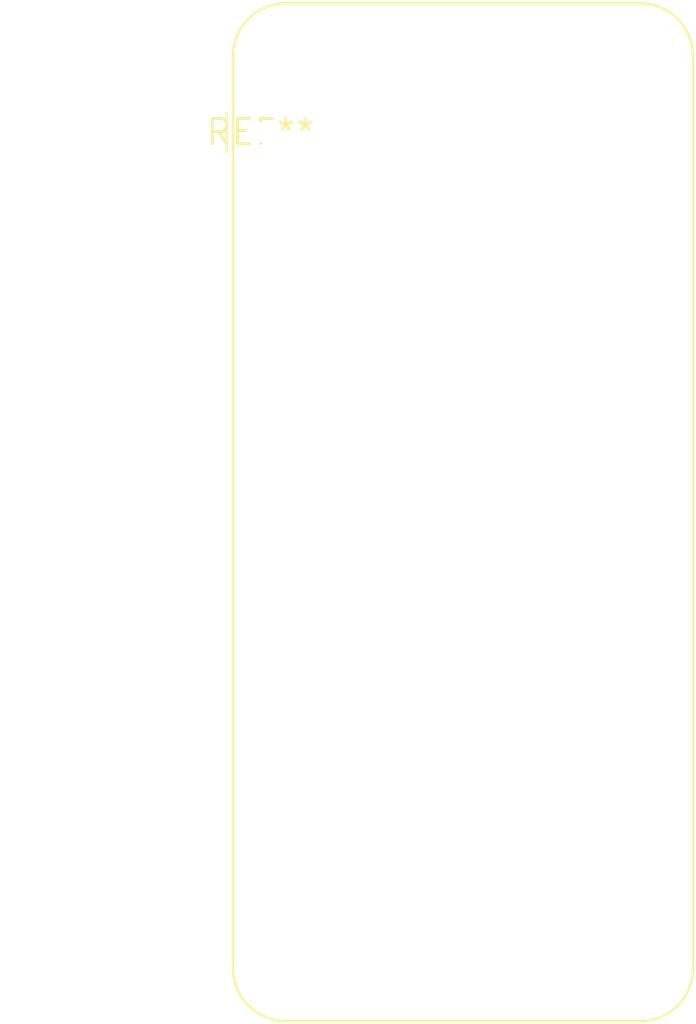
<source format=kicad_pcb>
(kicad_pcb (version 20240108) (generator pcbnew)
  (layers (0 "F.Cu" signal) (31 "B.Cu" signal) (34 "B.Paste" user) (35 "F.Paste" user) (36 "B.SilkS" user "B.Silkscreen") (37 "F.SilkS" user "F.Silkscreen") (38 "B.Mask" user) (39 "F.Mask" user) (44 "Edge.Cuts" user))
  (net 0 "")
  (footprint "Adafruit_Feather_32u4_RFM" (layer "F.Cu") (at 0 0)
    (property "Reference" "REF**")
    (property "Value" "Adafruit_Feather_32u4_RFM")
    (fp_line (start -1.7 1) (end -1.7 -1) (layer "F.SilkS") (stroke (width 0.12)))
    (fp_line (start -1.38 -3.81) (end -1.38 41.91) (layer "F.SilkS") (stroke (width 0.12)))
    (fp_line (start 19.05 -6.46) (end 1.27 -6.46) (layer "F.SilkS") (stroke (width 0.12)))
    (fp_line (start 19.05 44.56) (end 1.27 44.56) (layer "F.SilkS") (stroke (width 0.12)))
    (fp_line (start 21.7 -3.81) (end 21.7 41.91) (layer "F.SilkS") (stroke (width 0.12)))
    (fp_arc (start -1.38 -3.81) (mid -0.603833 -5.683833) (end 1.27 -6.46) (layer "F.SilkS") (stroke (width 0.12)))
    (fp_arc (start 1.27 44.56) (mid -0.603833 43.783833) (end -1.38 41.91) (layer "F.SilkS") (stroke (width 0.12)))
    (fp_arc (start 19.05 -6.46) (mid 20.923833 -5.683833) (end 21.7 -3.81) (layer "F.SilkS") (stroke (width 0.12)))
    (fp_arc (start 21.7 41.91) (mid 20.923833 43.783833) (end 19.05 44.56) (layer "F.SilkS") (stroke (width 0.12)))
    (pad "1" thru_hole roundrect (at 0 0) (size 2.6 1.6) (drill 1 (offset 0.3 0)) (layers *.Cu *.Mask) (remove_unused_layers) (roundrect_rratio 0.15625))
    (pad "2" thru_hole oval (at 0 2.54) (size 2.6 1.6) (drill 1 (offset 0.3 0)) (layers *.Cu *.Mask) (remove_unused_layers))
    (pad "3" thru_hole oval (at 0 5.08) (size 2.6 1.6) (drill 1 (offset 0.3 0)) (layers *.Cu *.Mask) (remove_unused_layers))
    (pad "4" thru_hole oval (at 0 7.62) (size 2.6 1.6) (drill 1 (offset 0.3 0)) (layers *.Cu *.Mask) (remove_unused_layers))
    (pad "5" thru_hole oval (at 0 10.16) (size 2.6 1.6) (drill 1 (offset 0.3 0)) (layers *.Cu *.Mask) (remove_unused_layers))
    (pad "6" thru_hole oval (at 0 12.7) (size 2.6 1.6) (drill 1 (offset 0.3 0)) (layers *.Cu *.Mask) (remove_unused_layers))
    (pad "7" thru_hole oval (at 0 15.24) (size 2.6 1.6) (drill 1 (offset 0.3 0)) (layers *.Cu *.Mask) (remove_unused_layers))
    (pad "8" thru_hole oval (at 0 17.78) (size 2.6 1.6) (drill 1 (offset 0.3 0)) (layers *.Cu *.Mask) (remove_unused_layers))
    (pad "9" thru_hole oval (at 0 20.32) (size 2.6 1.6) (drill 1 (offset 0.3 0)) (layers *.Cu *.Mask) (remove_unused_layers))
    (pad "10" thru_hole oval (at 0 22.86) (size 2.6 1.6) (drill 1 (offset 0.3 0)) (layers *.Cu *.Mask) (remove_unused_layers))
    (pad "11" thru_hole oval (at 0 25.4) (size 2.6 1.6) (drill 1 (offset 0.3 0)) (layers *.Cu *.Mask) (remove_unused_layers))
    (pad "12" thru_hole oval (at 0 27.94) (size 2.6 1.6) (drill 1 (offset 0.3 0)) (layers *.Cu *.Mask) (remove_unused_layers))
    (pad "13" thru_hole oval (at 0 30.48) (size 2.6 1.6) (drill 1 (offset 0.3 0)) (layers *.Cu *.Mask) (remove_unused_layers))
    (pad "14" thru_hole oval (at 0 33.02) (size 2.6 1.6) (drill 1 (offset 0.3 0)) (layers *.Cu *.Mask) (remove_unused_layers))
    (pad "15" thru_hole oval (at 0 35.56) (size 2.6 1.6) (drill 1 (offset 0.3 0)) (layers *.Cu *.Mask) (remove_unused_layers))
    (pad "16" thru_hole oval (at 0 38.1) (size 2.6 1.6) (drill 1 (offset 0.3 0)) (layers *.Cu *.Mask) (remove_unused_layers))
    (pad "17" thru_hole oval (at 20.32 38.1 180) (size 2.6 1.6) (drill 1 (offset 0.3 0)) (layers *.Cu *.Mask) (remove_unused_layers))
    (pad "18" thru_hole oval (at 20.32 35.56 180) (size 2.6 1.6) (drill 1 (offset 0.3 0)) (layers *.Cu *.Mask) (remove_unused_layers))
    (pad "19" thru_hole oval (at 20.32 33.02 180) (size 2.6 1.6) (drill 1 (offset 0.3 0)) (layers *.Cu *.Mask) (remove_unused_layers))
    (pad "20" thru_hole oval (at 20.32 30.48 180) (size 2.6 1.6) (drill 1 (offset 0.3 0)) (layers *.Cu *.Mask) (remove_unused_layers))
    (pad "21" thru_hole oval (at 20.32 27.94 180) (size 2.6 1.6) (drill 1 (offset 0.3 0)) (layers *.Cu *.Mask) (remove_unused_layers))
    (pad "22" thru_hole oval (at 20.32 25.4 180) (size 2.6 1.6) (drill 1 (offset 0.3 0)) (layers *.Cu *.Mask) (remove_unused_layers))
    (pad "23" thru_hole oval (at 20.32 22.86 180) (size 2.6 1.6) (drill 1 (offset 0.3 0)) (layers *.Cu *.Mask) (remove_unused_layers))
    (pad "24" thru_hole oval (at 20.32 20.32 180) (size 2.6 1.6) (drill 1 (offset 0.3 0)) (layers *.Cu *.Mask) (remove_unused_layers))
    (pad "25" thru_hole oval (at 20.32 17.78 180) (size 2.6 1.6) (drill 1 (offset 0.3 0)) (layers *.Cu *.Mask) (remove_unused_layers))
    (pad "26" thru_hole oval (at 20.32 15.24 180) (size 2.6 1.6) (drill 1 (offset 0.3 0)) (layers *.Cu *.Mask) (remove_unused_layers))
    (pad "27" thru_hole oval (at 20.32 12.7 180) (size 2.6 1.6) (drill 1 (offset 0.3 0)) (layers *.Cu *.Mask) (remove_unused_layers))
    (pad "28" thru_hole oval (at 20.32 10.16 180) (size 2.6 1.6) (drill 1 (offset 0.3 0)) (layers *.Cu *.Mask) (remove_unused_layers))
    (pad "29" thru_hole oval (at 3.81 43.18 90) (size 2.6 1.6) (drill 1 (offset 0.3 0)) (layers *.Cu *.Mask) (remove_unused_layers))
    (pad "30" thru_hole oval (at 11.43 43.18 90) (size 2.6 1.6) (drill 1 (offset 0.3 0)) (layers *.Cu *.Mask) (remove_unused_layers))
    (pad "31" thru_hole oval (at 13.97 43.18 90) (size 2.6 1.6) (drill 1 (offset 0.3 0)) (layers *.Cu *.Mask) (remove_unused_layers))
  )
)
</source>
